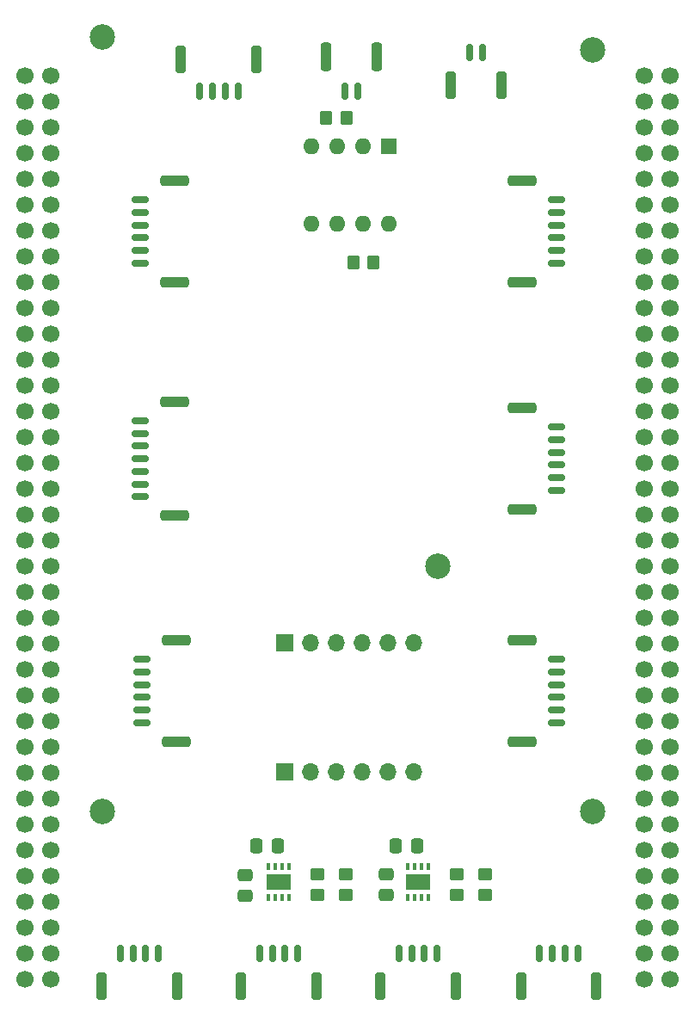
<source format=gbr>
%TF.GenerationSoftware,KiCad,Pcbnew,(6.0.1-0)*%
%TF.CreationDate,2023-01-01T10:50:50-08:00*%
%TF.ProjectId,nucleo_144_hat,6e75636c-656f-45f3-9134-345f6861742e,rev?*%
%TF.SameCoordinates,Original*%
%TF.FileFunction,Soldermask,Top*%
%TF.FilePolarity,Negative*%
%FSLAX46Y46*%
G04 Gerber Fmt 4.6, Leading zero omitted, Abs format (unit mm)*
G04 Created by KiCad (PCBNEW (6.0.1-0)) date 2023-01-01 10:50:50*
%MOMM*%
%LPD*%
G01*
G04 APERTURE LIST*
G04 Aperture macros list*
%AMRoundRect*
0 Rectangle with rounded corners*
0 $1 Rounding radius*
0 $2 $3 $4 $5 $6 $7 $8 $9 X,Y pos of 4 corners*
0 Add a 4 corners polygon primitive as box body*
4,1,4,$2,$3,$4,$5,$6,$7,$8,$9,$2,$3,0*
0 Add four circle primitives for the rounded corners*
1,1,$1+$1,$2,$3*
1,1,$1+$1,$4,$5*
1,1,$1+$1,$6,$7*
1,1,$1+$1,$8,$9*
0 Add four rect primitives between the rounded corners*
20,1,$1+$1,$2,$3,$4,$5,0*
20,1,$1+$1,$4,$5,$6,$7,0*
20,1,$1+$1,$6,$7,$8,$9,0*
20,1,$1+$1,$8,$9,$2,$3,0*%
G04 Aperture macros list end*
%ADD10RoundRect,0.150000X-0.150000X-0.700000X0.150000X-0.700000X0.150000X0.700000X-0.150000X0.700000X0*%
%ADD11RoundRect,0.250000X-0.250000X-1.150000X0.250000X-1.150000X0.250000X1.150000X-0.250000X1.150000X0*%
%ADD12RoundRect,0.250000X0.337500X0.475000X-0.337500X0.475000X-0.337500X-0.475000X0.337500X-0.475000X0*%
%ADD13RoundRect,0.250000X-0.350000X-0.450000X0.350000X-0.450000X0.350000X0.450000X-0.350000X0.450000X0*%
%ADD14R,0.350000X0.650000*%
%ADD15R,2.400000X1.550000*%
%ADD16C,2.500000*%
%ADD17C,1.700000*%
%ADD18RoundRect,0.250000X-0.250000X-1.100000X0.250000X-1.100000X0.250000X1.100000X-0.250000X1.100000X0*%
%ADD19RoundRect,0.150000X0.700000X-0.150000X0.700000X0.150000X-0.700000X0.150000X-0.700000X-0.150000X0*%
%ADD20RoundRect,0.250000X1.150000X-0.250000X1.150000X0.250000X-1.150000X0.250000X-1.150000X-0.250000X0*%
%ADD21RoundRect,0.250000X0.450000X-0.350000X0.450000X0.350000X-0.450000X0.350000X-0.450000X-0.350000X0*%
%ADD22RoundRect,0.150000X-0.700000X0.150000X-0.700000X-0.150000X0.700000X-0.150000X0.700000X0.150000X0*%
%ADD23RoundRect,0.250000X-1.150000X0.250000X-1.150000X-0.250000X1.150000X-0.250000X1.150000X0.250000X0*%
%ADD24RoundRect,0.250000X0.475000X-0.337500X0.475000X0.337500X-0.475000X0.337500X-0.475000X-0.337500X0*%
%ADD25RoundRect,0.150000X0.150000X0.700000X-0.150000X0.700000X-0.150000X-0.700000X0.150000X-0.700000X0*%
%ADD26RoundRect,0.250000X0.250000X1.100000X-0.250000X1.100000X-0.250000X-1.100000X0.250000X-1.100000X0*%
%ADD27RoundRect,0.250000X-0.450000X0.350000X-0.450000X-0.350000X0.450000X-0.350000X0.450000X0.350000X0*%
%ADD28RoundRect,0.250000X0.350000X0.450000X-0.350000X0.450000X-0.350000X-0.450000X0.350000X-0.450000X0*%
%ADD29R,1.700000X1.700000*%
%ADD30O,1.700000X1.700000*%
%ADD31O,1.600000X1.600000*%
%ADD32R,1.600000X1.600000*%
G04 APERTURE END LIST*
D10*
%TO.C,J13*%
X146995000Y-59350000D03*
X148245000Y-59350000D03*
D11*
X145145000Y-56000000D03*
X150095000Y-56000000D03*
%TD*%
D12*
%TO.C,C1*%
X140356500Y-133604000D03*
X138281500Y-133604000D03*
%TD*%
D13*
%TO.C,R5*%
X147156000Y-61954000D03*
X145156000Y-61954000D03*
%TD*%
D14*
%TO.C,U3*%
X155153000Y-135610000D03*
X154503000Y-135610000D03*
X153853000Y-135610000D03*
X153203000Y-135610000D03*
X153203000Y-138710000D03*
X153853000Y-138710000D03*
X154503000Y-138710000D03*
X155153000Y-138710000D03*
D15*
X154178000Y-137160000D03*
%TD*%
D16*
%TO.C,U1*%
X123130500Y-130218600D03*
X123130500Y-54018600D03*
X171390500Y-130218600D03*
X156150500Y-106068600D03*
X171390500Y-55268600D03*
D17*
X115510500Y-57828600D03*
X118050500Y-57828600D03*
X115510500Y-60368600D03*
X118050500Y-60368600D03*
X115510500Y-62908600D03*
X118050500Y-62908600D03*
X115510500Y-65448600D03*
X118050500Y-65448600D03*
X115510500Y-67988600D03*
X118050500Y-67988600D03*
X115510500Y-70528600D03*
X118050500Y-70528600D03*
X115510500Y-73068600D03*
X118050500Y-73068600D03*
X115510500Y-75608600D03*
X118050500Y-75608600D03*
X115510500Y-78148600D03*
X118050500Y-78148600D03*
X115510500Y-80688600D03*
X118050500Y-80688600D03*
X115510500Y-83228600D03*
X118050500Y-83228600D03*
X115510500Y-85768600D03*
X118050500Y-85768600D03*
X115510500Y-88308600D03*
X118050500Y-88308600D03*
X115510500Y-90848600D03*
X118050500Y-90848600D03*
X115510500Y-93388600D03*
X118050500Y-93388600D03*
X115510500Y-95928600D03*
X118050500Y-95928600D03*
X115510500Y-98468600D03*
X118050500Y-98468600D03*
X115510500Y-101008600D03*
X118050500Y-101008600D03*
X115510500Y-103548600D03*
X118050500Y-103548600D03*
X115510500Y-106088600D03*
X118050500Y-106088600D03*
X115510500Y-108628600D03*
X118050500Y-108628600D03*
X115510500Y-111168600D03*
X118050500Y-111168600D03*
X115510500Y-113708600D03*
X118050500Y-113708600D03*
X115510500Y-116248600D03*
X118050500Y-116248600D03*
X115510500Y-118788600D03*
X118050500Y-118788600D03*
X115510500Y-121328600D03*
X118050500Y-121328600D03*
X115510500Y-123868600D03*
X118050500Y-123868600D03*
X115510500Y-126408600D03*
X118050500Y-126408600D03*
X115510500Y-128948600D03*
X118050500Y-128948600D03*
X115510500Y-131488600D03*
X118050500Y-131488600D03*
X115510500Y-134028600D03*
X118050500Y-134028600D03*
X115510500Y-136568600D03*
X118050500Y-136568600D03*
X115510500Y-139108600D03*
X118050500Y-139108600D03*
X115510500Y-141648600D03*
X118050500Y-141648600D03*
X115510500Y-144188600D03*
X118050500Y-144188600D03*
X115510500Y-146728600D03*
X118050500Y-146728600D03*
X176470500Y-57828600D03*
X179010500Y-57828600D03*
X176470500Y-60368600D03*
X179010500Y-60368600D03*
X176470500Y-62908600D03*
X179010500Y-62908600D03*
X176470500Y-65448600D03*
X179010500Y-65448600D03*
X176470500Y-67988600D03*
X179010500Y-67988600D03*
X176470500Y-70528600D03*
X179010500Y-70528600D03*
X176470500Y-73068600D03*
X179010500Y-73068600D03*
X176470500Y-75608600D03*
X179010500Y-75608600D03*
X176470500Y-78148600D03*
X179010500Y-78148600D03*
X176470500Y-80688600D03*
X179010500Y-80688600D03*
X176470500Y-83228600D03*
X179010500Y-83228600D03*
X176470500Y-85768600D03*
X179010500Y-85768600D03*
X176470500Y-88308600D03*
X179010500Y-88308600D03*
X176470500Y-90848600D03*
X179010500Y-90848600D03*
X176470500Y-93388600D03*
X179010500Y-93388600D03*
X176470500Y-95928600D03*
X179010500Y-95928600D03*
X176470500Y-98468600D03*
X179010500Y-98468600D03*
X176470500Y-101008600D03*
X179010500Y-101008600D03*
X176470500Y-103548600D03*
X179010500Y-103548600D03*
X176470500Y-106088600D03*
X179010500Y-106088600D03*
X176470500Y-108628600D03*
X179010500Y-108628600D03*
X176470500Y-111168600D03*
X179010500Y-111168600D03*
X176470500Y-113708600D03*
X179010500Y-113708600D03*
X176470500Y-116248600D03*
X179010500Y-116248600D03*
X176470500Y-118788600D03*
X179010500Y-118788600D03*
X176470500Y-121328600D03*
X179010500Y-121328600D03*
X176470500Y-123868600D03*
X179010500Y-123868600D03*
X176470500Y-126408600D03*
X179010500Y-126408600D03*
X176470500Y-128948600D03*
X179010500Y-128948600D03*
X176470500Y-131488600D03*
X179010500Y-131488600D03*
X176470500Y-134028600D03*
X179010500Y-134028600D03*
X176470500Y-136568600D03*
X179010500Y-136568600D03*
X176470500Y-139108600D03*
X179010500Y-139108600D03*
X176470500Y-141648600D03*
X179010500Y-141648600D03*
X176470500Y-144188600D03*
X179010500Y-144188600D03*
X176470500Y-146728600D03*
X179010500Y-146728600D03*
%TD*%
D10*
%TO.C,J9*%
X152303000Y-144174600D03*
X153553000Y-144174600D03*
X154803000Y-144174600D03*
X156053000Y-144174600D03*
D18*
X150453000Y-147374600D03*
X157903000Y-147374600D03*
%TD*%
D19*
%TO.C,J4*%
X167812000Y-76277000D03*
X167812000Y-75027000D03*
X167812000Y-73777000D03*
X167812000Y-72527000D03*
X167812000Y-71277000D03*
X167812000Y-70027000D03*
D20*
X164462000Y-78127000D03*
X164462000Y-68177000D03*
%TD*%
D19*
%TO.C,J6*%
X167812000Y-121489000D03*
X167812000Y-120239000D03*
X167812000Y-118989000D03*
X167812000Y-117739000D03*
X167812000Y-116489000D03*
X167812000Y-115239000D03*
D20*
X164462000Y-123339000D03*
X164462000Y-113389000D03*
%TD*%
D21*
%TO.C,R2*%
X160782000Y-138414000D03*
X160782000Y-136414000D03*
%TD*%
D22*
%TO.C,J7*%
X126828000Y-70027000D03*
X126828000Y-71277000D03*
X126828000Y-72527000D03*
X126828000Y-73777000D03*
X126828000Y-75027000D03*
X126828000Y-76277000D03*
D23*
X130178000Y-78127000D03*
X130178000Y-68177000D03*
%TD*%
D24*
%TO.C,C4*%
X151003000Y-138451500D03*
X151003000Y-136376500D03*
%TD*%
%TO.C,C3*%
X137166000Y-138539000D03*
X137166000Y-136464000D03*
%TD*%
D25*
%TO.C,J3*%
X136444200Y-59381000D03*
X135194200Y-59381000D03*
X133944200Y-59381000D03*
X132694200Y-59381000D03*
D26*
X130844200Y-56181000D03*
X138294200Y-56181000D03*
%TD*%
D10*
%TO.C,J12*%
X159265000Y-55530000D03*
X160515000Y-55530000D03*
D18*
X162365000Y-58730000D03*
X157415000Y-58730000D03*
%TD*%
D10*
%TO.C,J11*%
X138587000Y-144174600D03*
X139837000Y-144174600D03*
X141087000Y-144174600D03*
X142337000Y-144174600D03*
D18*
X136737000Y-147374600D03*
X144187000Y-147374600D03*
%TD*%
D27*
%TO.C,R3*%
X144272000Y-136414000D03*
X144272000Y-138414000D03*
%TD*%
D28*
%TO.C,R6*%
X149790000Y-76200000D03*
X147790000Y-76200000D03*
%TD*%
D27*
%TO.C,R4*%
X157988000Y-136414000D03*
X157988000Y-138414000D03*
%TD*%
D10*
%TO.C,J10*%
X166146000Y-144174600D03*
X167396000Y-144174600D03*
X168646000Y-144174600D03*
X169896000Y-144174600D03*
D18*
X171746000Y-147374600D03*
X164296000Y-147374600D03*
%TD*%
D22*
%TO.C,J2*%
X127026000Y-115239000D03*
X127026000Y-116489000D03*
X127026000Y-117739000D03*
X127026000Y-118989000D03*
X127026000Y-120239000D03*
X127026000Y-121489000D03*
D23*
X130376000Y-113389000D03*
X130376000Y-123339000D03*
%TD*%
D14*
%TO.C,U2*%
X141437000Y-135610000D03*
X140787000Y-135610000D03*
X140137000Y-135610000D03*
X139487000Y-135610000D03*
X139487000Y-138710000D03*
X140137000Y-138710000D03*
X140787000Y-138710000D03*
X141437000Y-138710000D03*
D15*
X140462000Y-137160000D03*
%TD*%
D19*
%TO.C,J5*%
X167812000Y-98629000D03*
X167812000Y-97379000D03*
X167812000Y-96129000D03*
X167812000Y-94879000D03*
X167812000Y-93629000D03*
X167812000Y-92379000D03*
D20*
X164462000Y-90529000D03*
X164462000Y-100479000D03*
%TD*%
D29*
%TO.C,J15*%
X141040000Y-113630000D03*
D30*
X143580000Y-113630000D03*
X146120000Y-113630000D03*
X148660000Y-113630000D03*
X151200000Y-113630000D03*
X153740000Y-113630000D03*
%TD*%
D31*
%TO.C,U4*%
X151320000Y-72400000D03*
X148780000Y-72400000D03*
X146240000Y-72400000D03*
X143700000Y-72400000D03*
X143700000Y-64780000D03*
X146240000Y-64780000D03*
X148780000Y-64780000D03*
D32*
X151320000Y-64780000D03*
%TD*%
D12*
%TO.C,C2*%
X154072500Y-133604000D03*
X151997500Y-133604000D03*
%TD*%
D21*
%TO.C,R1*%
X147066000Y-138414000D03*
X147066000Y-136414000D03*
%TD*%
D29*
%TO.C,J14*%
X141040000Y-126330000D03*
D30*
X143580000Y-126330000D03*
X146120000Y-126330000D03*
X148660000Y-126330000D03*
X151200000Y-126330000D03*
X153740000Y-126330000D03*
%TD*%
D10*
%TO.C,J8*%
X124871000Y-144174600D03*
X126121000Y-144174600D03*
X127371000Y-144174600D03*
X128621000Y-144174600D03*
D18*
X123021000Y-147374600D03*
X130471000Y-147374600D03*
%TD*%
D22*
%TO.C,J1*%
X126828000Y-91754000D03*
X126828000Y-93004000D03*
X126828000Y-94254000D03*
X126828000Y-95504000D03*
X126828000Y-96754000D03*
X126828000Y-98004000D03*
X126828000Y-99254000D03*
D23*
X130178000Y-89904000D03*
X130178000Y-101104000D03*
%TD*%
M02*

</source>
